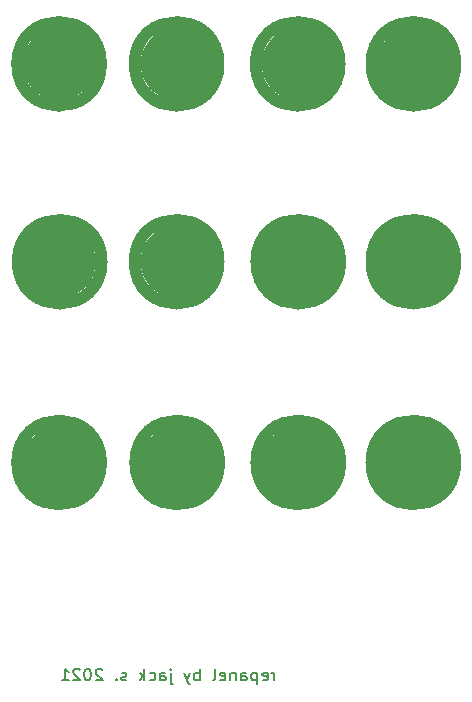
<source format=gbr>
G04 #@! TF.GenerationSoftware,KiCad,Pcbnew,(5.1.5-0)*
G04 #@! TF.CreationDate,2021-01-08T11:51:08-08:00*
G04 #@! TF.ProjectId,helveticascenario,68656c76-6574-4696-9361-7363656e6172,rev?*
G04 #@! TF.SameCoordinates,Original*
G04 #@! TF.FileFunction,Soldermask,Bot*
G04 #@! TF.FilePolarity,Negative*
%FSLAX46Y46*%
G04 Gerber Fmt 4.6, Leading zero omitted, Abs format (unit mm)*
G04 Created by KiCad (PCBNEW (5.1.5-0)) date 2021-01-08 11:51:08*
%MOMM*%
%LPD*%
G04 APERTURE LIST*
%ADD10C,0.150000*%
%ADD11C,1.000000*%
%ADD12C,0.100000*%
G04 APERTURE END LIST*
D10*
X23226190Y-371702380D02*
X23226190Y-371035714D01*
X23226190Y-371226190D02*
X23178571Y-371130952D01*
X23130952Y-371083333D01*
X23035714Y-371035714D01*
X22940476Y-371035714D01*
X22226190Y-371654761D02*
X22321428Y-371702380D01*
X22511904Y-371702380D01*
X22607142Y-371654761D01*
X22654761Y-371559523D01*
X22654761Y-371178571D01*
X22607142Y-371083333D01*
X22511904Y-371035714D01*
X22321428Y-371035714D01*
X22226190Y-371083333D01*
X22178571Y-371178571D01*
X22178571Y-371273809D01*
X22654761Y-371369047D01*
X21750000Y-371035714D02*
X21750000Y-372035714D01*
X21750000Y-371083333D02*
X21654761Y-371035714D01*
X21464285Y-371035714D01*
X21369047Y-371083333D01*
X21321428Y-371130952D01*
X21273809Y-371226190D01*
X21273809Y-371511904D01*
X21321428Y-371607142D01*
X21369047Y-371654761D01*
X21464285Y-371702380D01*
X21654761Y-371702380D01*
X21750000Y-371654761D01*
X20416666Y-371702380D02*
X20416666Y-371178571D01*
X20464285Y-371083333D01*
X20559523Y-371035714D01*
X20750000Y-371035714D01*
X20845238Y-371083333D01*
X20416666Y-371654761D02*
X20511904Y-371702380D01*
X20750000Y-371702380D01*
X20845238Y-371654761D01*
X20892857Y-371559523D01*
X20892857Y-371464285D01*
X20845238Y-371369047D01*
X20750000Y-371321428D01*
X20511904Y-371321428D01*
X20416666Y-371273809D01*
X19940476Y-371035714D02*
X19940476Y-371702380D01*
X19940476Y-371130952D02*
X19892857Y-371083333D01*
X19797619Y-371035714D01*
X19654761Y-371035714D01*
X19559523Y-371083333D01*
X19511904Y-371178571D01*
X19511904Y-371702380D01*
X18654761Y-371654761D02*
X18750000Y-371702380D01*
X18940476Y-371702380D01*
X19035714Y-371654761D01*
X19083333Y-371559523D01*
X19083333Y-371178571D01*
X19035714Y-371083333D01*
X18940476Y-371035714D01*
X18750000Y-371035714D01*
X18654761Y-371083333D01*
X18607142Y-371178571D01*
X18607142Y-371273809D01*
X19083333Y-371369047D01*
X18035714Y-371702380D02*
X18130952Y-371654761D01*
X18178571Y-371559523D01*
X18178571Y-370702380D01*
X16892857Y-371702380D02*
X16892857Y-370702380D01*
X16892857Y-371083333D02*
X16797619Y-371035714D01*
X16607142Y-371035714D01*
X16511904Y-371083333D01*
X16464285Y-371130952D01*
X16416666Y-371226190D01*
X16416666Y-371511904D01*
X16464285Y-371607142D01*
X16511904Y-371654761D01*
X16607142Y-371702380D01*
X16797619Y-371702380D01*
X16892857Y-371654761D01*
X16083333Y-371035714D02*
X15845238Y-371702380D01*
X15607142Y-371035714D02*
X15845238Y-371702380D01*
X15940476Y-371940476D01*
X15988095Y-371988095D01*
X16083333Y-372035714D01*
X14464285Y-371035714D02*
X14464285Y-371892857D01*
X14511904Y-371988095D01*
X14607142Y-372035714D01*
X14654761Y-372035714D01*
X14464285Y-370702380D02*
X14511904Y-370750000D01*
X14464285Y-370797619D01*
X14416666Y-370750000D01*
X14464285Y-370702380D01*
X14464285Y-370797619D01*
X13559523Y-371702380D02*
X13559523Y-371178571D01*
X13607142Y-371083333D01*
X13702380Y-371035714D01*
X13892857Y-371035714D01*
X13988095Y-371083333D01*
X13559523Y-371654761D02*
X13654761Y-371702380D01*
X13892857Y-371702380D01*
X13988095Y-371654761D01*
X14035714Y-371559523D01*
X14035714Y-371464285D01*
X13988095Y-371369047D01*
X13892857Y-371321428D01*
X13654761Y-371321428D01*
X13559523Y-371273809D01*
X12654761Y-371654761D02*
X12750000Y-371702380D01*
X12940476Y-371702380D01*
X13035714Y-371654761D01*
X13083333Y-371607142D01*
X13130952Y-371511904D01*
X13130952Y-371226190D01*
X13083333Y-371130952D01*
X13035714Y-371083333D01*
X12940476Y-371035714D01*
X12750000Y-371035714D01*
X12654761Y-371083333D01*
X12226190Y-371702380D02*
X12226190Y-370702380D01*
X12130952Y-371321428D02*
X11845238Y-371702380D01*
X11845238Y-371035714D02*
X12226190Y-371416666D01*
X10702380Y-371654761D02*
X10607142Y-371702380D01*
X10416666Y-371702380D01*
X10321428Y-371654761D01*
X10273809Y-371559523D01*
X10273809Y-371511904D01*
X10321428Y-371416666D01*
X10416666Y-371369047D01*
X10559523Y-371369047D01*
X10654761Y-371321428D01*
X10702380Y-371226190D01*
X10702380Y-371178571D01*
X10654761Y-371083333D01*
X10559523Y-371035714D01*
X10416666Y-371035714D01*
X10321428Y-371083333D01*
X9845238Y-371607142D02*
X9797619Y-371654761D01*
X9845238Y-371702380D01*
X9892857Y-371654761D01*
X9845238Y-371607142D01*
X9845238Y-371702380D01*
X8654761Y-370797619D02*
X8607142Y-370750000D01*
X8511904Y-370702380D01*
X8273809Y-370702380D01*
X8178571Y-370750000D01*
X8130952Y-370797619D01*
X8083333Y-370892857D01*
X8083333Y-370988095D01*
X8130952Y-371130952D01*
X8702380Y-371702380D01*
X8083333Y-371702380D01*
X7464285Y-370702380D02*
X7369047Y-370702380D01*
X7273809Y-370750000D01*
X7226190Y-370797619D01*
X7178571Y-370892857D01*
X7130952Y-371083333D01*
X7130952Y-371321428D01*
X7178571Y-371511904D01*
X7226190Y-371607142D01*
X7273809Y-371654761D01*
X7369047Y-371702380D01*
X7464285Y-371702380D01*
X7559523Y-371654761D01*
X7607142Y-371607142D01*
X7654761Y-371511904D01*
X7702380Y-371321428D01*
X7702380Y-371083333D01*
X7654761Y-370892857D01*
X7607142Y-370797619D01*
X7559523Y-370750000D01*
X7464285Y-370702380D01*
X6750000Y-370797619D02*
X6702380Y-370750000D01*
X6607142Y-370702380D01*
X6369047Y-370702380D01*
X6273809Y-370750000D01*
X6226190Y-370797619D01*
X6178571Y-370892857D01*
X6178571Y-370988095D01*
X6226190Y-371130952D01*
X6797619Y-371702380D01*
X6178571Y-371702380D01*
X5226190Y-371702380D02*
X5797619Y-371702380D01*
X5511904Y-371702380D02*
X5511904Y-370702380D01*
X5607142Y-370845238D01*
X5702380Y-370940476D01*
X5797619Y-370988095D01*
D11*
X8550000Y-353250000D02*
G75*
G03X8550000Y-353250000I-3550000J0D01*
G01*
X18550000Y-353250000D02*
G75*
G03X18550000Y-353250000I-3550000J0D01*
G01*
X28800000Y-353250000D02*
G75*
G03X28800000Y-353250000I-3550000J0D01*
G01*
X38550000Y-353250000D02*
G75*
G03X38550000Y-353250000I-3550000J0D01*
G01*
X38550000Y-336250000D02*
G75*
G03X38550000Y-336250000I-3550000J0D01*
G01*
X18500000Y-336250000D02*
G75*
G03X18500000Y-336250000I-3550000J0D01*
G01*
X28800000Y-336250000D02*
G75*
G03X28800000Y-336250000I-3550000J0D01*
G01*
X8600000Y-336250000D02*
G75*
G03X8600000Y-336250000I-3550000J0D01*
G01*
X38550000Y-319500000D02*
G75*
G03X38550000Y-319500000I-3550000J0D01*
G01*
X28750000Y-319500000D02*
G75*
G03X28750000Y-319500000I-3550000J0D01*
G01*
X18500000Y-319500000D02*
G75*
G03X18500000Y-319500000I-3550000J0D01*
G01*
X8550000Y-319500000D02*
G75*
G03X8550000Y-319500000I-3550000J0D01*
G01*
D12*
G36*
X35604975Y-350208585D02*
G01*
X35904528Y-350268170D01*
X36468874Y-350501930D01*
X36976772Y-350841296D01*
X37408704Y-351273228D01*
X37748070Y-351781126D01*
X37981830Y-352345472D01*
X38101000Y-352944578D01*
X38101000Y-353555422D01*
X37981830Y-354154528D01*
X37748070Y-354718874D01*
X37408704Y-355226772D01*
X36976772Y-355658704D01*
X36468874Y-355998070D01*
X35904528Y-356231830D01*
X35604975Y-356291415D01*
X35305423Y-356351000D01*
X34694577Y-356351000D01*
X34395025Y-356291415D01*
X34095472Y-356231830D01*
X33531126Y-355998070D01*
X33023228Y-355658704D01*
X32591296Y-355226772D01*
X32251930Y-354718874D01*
X32018170Y-354154528D01*
X31899000Y-353555422D01*
X31899000Y-352944578D01*
X32018170Y-352345472D01*
X32251930Y-351781126D01*
X32591296Y-351273228D01*
X33023228Y-350841296D01*
X33531126Y-350501930D01*
X34095472Y-350268170D01*
X34395025Y-350208585D01*
X34694577Y-350149000D01*
X35305423Y-350149000D01*
X35604975Y-350208585D01*
G37*
G36*
X25854975Y-350208585D02*
G01*
X26154528Y-350268170D01*
X26718874Y-350501930D01*
X27226772Y-350841296D01*
X27658704Y-351273228D01*
X27998070Y-351781126D01*
X28231830Y-352345472D01*
X28351000Y-352944578D01*
X28351000Y-353555422D01*
X28231830Y-354154528D01*
X27998070Y-354718874D01*
X27658704Y-355226772D01*
X27226772Y-355658704D01*
X26718874Y-355998070D01*
X26154528Y-356231830D01*
X25854975Y-356291415D01*
X25555423Y-356351000D01*
X24944577Y-356351000D01*
X24645025Y-356291415D01*
X24345472Y-356231830D01*
X23781126Y-355998070D01*
X23273228Y-355658704D01*
X22841296Y-355226772D01*
X22501930Y-354718874D01*
X22268170Y-354154528D01*
X22149000Y-353555422D01*
X22149000Y-352944578D01*
X22268170Y-352345472D01*
X22501930Y-351781126D01*
X22841296Y-351273228D01*
X23273228Y-350841296D01*
X23781126Y-350501930D01*
X24345472Y-350268170D01*
X24645025Y-350208585D01*
X24944577Y-350149000D01*
X25555423Y-350149000D01*
X25854975Y-350208585D01*
G37*
G36*
X15604975Y-350208585D02*
G01*
X15904528Y-350268170D01*
X16468874Y-350501930D01*
X16976772Y-350841296D01*
X17408704Y-351273228D01*
X17748070Y-351781126D01*
X17981830Y-352345472D01*
X18101000Y-352944578D01*
X18101000Y-353555422D01*
X17981830Y-354154528D01*
X17748070Y-354718874D01*
X17408704Y-355226772D01*
X16976772Y-355658704D01*
X16468874Y-355998070D01*
X15904528Y-356231830D01*
X15604975Y-356291415D01*
X15305423Y-356351000D01*
X14694577Y-356351000D01*
X14395025Y-356291415D01*
X14095472Y-356231830D01*
X13531126Y-355998070D01*
X13023228Y-355658704D01*
X12591296Y-355226772D01*
X12251930Y-354718874D01*
X12018170Y-354154528D01*
X11899000Y-353555422D01*
X11899000Y-352944578D01*
X12018170Y-352345472D01*
X12251930Y-351781126D01*
X12591296Y-351273228D01*
X13023228Y-350841296D01*
X13531126Y-350501930D01*
X14095472Y-350268170D01*
X14395025Y-350208585D01*
X14694577Y-350149000D01*
X15305423Y-350149000D01*
X15604975Y-350208585D01*
G37*
G36*
X5604975Y-350208585D02*
G01*
X5904528Y-350268170D01*
X6468874Y-350501930D01*
X6976772Y-350841296D01*
X7408704Y-351273228D01*
X7748070Y-351781126D01*
X7981830Y-352345472D01*
X8101000Y-352944578D01*
X8101000Y-353555422D01*
X7981830Y-354154528D01*
X7748070Y-354718874D01*
X7408704Y-355226772D01*
X6976772Y-355658704D01*
X6468874Y-355998070D01*
X5904528Y-356231830D01*
X5604975Y-356291415D01*
X5305423Y-356351000D01*
X4694577Y-356351000D01*
X4395025Y-356291415D01*
X4095472Y-356231830D01*
X3531126Y-355998070D01*
X3023228Y-355658704D01*
X2591296Y-355226772D01*
X2251930Y-354718874D01*
X2018170Y-354154528D01*
X1899000Y-353555422D01*
X1899000Y-352944578D01*
X2018170Y-352345472D01*
X2251930Y-351781126D01*
X2591296Y-351273228D01*
X3023228Y-350841296D01*
X3531126Y-350501930D01*
X4095472Y-350268170D01*
X4395025Y-350208585D01*
X4694577Y-350149000D01*
X5305423Y-350149000D01*
X5604975Y-350208585D01*
G37*
G36*
X35604975Y-333208585D02*
G01*
X35904528Y-333268170D01*
X36468874Y-333501930D01*
X36976772Y-333841296D01*
X37408704Y-334273228D01*
X37748070Y-334781126D01*
X37981830Y-335345472D01*
X38101000Y-335944578D01*
X38101000Y-336555422D01*
X37981830Y-337154528D01*
X37748070Y-337718874D01*
X37408704Y-338226772D01*
X36976772Y-338658704D01*
X36468874Y-338998070D01*
X35904528Y-339231830D01*
X35604975Y-339291415D01*
X35305423Y-339351000D01*
X34694577Y-339351000D01*
X34395025Y-339291415D01*
X34095472Y-339231830D01*
X33531126Y-338998070D01*
X33023228Y-338658704D01*
X32591296Y-338226772D01*
X32251930Y-337718874D01*
X32018170Y-337154528D01*
X31899000Y-336555422D01*
X31899000Y-335944578D01*
X32018170Y-335345472D01*
X32251930Y-334781126D01*
X32591296Y-334273228D01*
X33023228Y-333841296D01*
X33531126Y-333501930D01*
X34095472Y-333268170D01*
X34395025Y-333208585D01*
X34694577Y-333149000D01*
X35305423Y-333149000D01*
X35604975Y-333208585D01*
G37*
G36*
X25854975Y-333208585D02*
G01*
X26154528Y-333268170D01*
X26718874Y-333501930D01*
X27226772Y-333841296D01*
X27658704Y-334273228D01*
X27998070Y-334781126D01*
X28231830Y-335345472D01*
X28351000Y-335944578D01*
X28351000Y-336555422D01*
X28231830Y-337154528D01*
X27998070Y-337718874D01*
X27658704Y-338226772D01*
X27226772Y-338658704D01*
X26718874Y-338998070D01*
X26154528Y-339231830D01*
X25854975Y-339291415D01*
X25555423Y-339351000D01*
X24944577Y-339351000D01*
X24645025Y-339291415D01*
X24345472Y-339231830D01*
X23781126Y-338998070D01*
X23273228Y-338658704D01*
X22841296Y-338226772D01*
X22501930Y-337718874D01*
X22268170Y-337154528D01*
X22149000Y-336555422D01*
X22149000Y-335944578D01*
X22268170Y-335345472D01*
X22501930Y-334781126D01*
X22841296Y-334273228D01*
X23273228Y-333841296D01*
X23781126Y-333501930D01*
X24345472Y-333268170D01*
X24645025Y-333208585D01*
X24944577Y-333149000D01*
X25555423Y-333149000D01*
X25854975Y-333208585D01*
G37*
G36*
X15604975Y-333208585D02*
G01*
X15904528Y-333268170D01*
X16468874Y-333501930D01*
X16976772Y-333841296D01*
X17408704Y-334273228D01*
X17748070Y-334781126D01*
X17981830Y-335345472D01*
X18101000Y-335944578D01*
X18101000Y-336555422D01*
X17981830Y-337154528D01*
X17748070Y-337718874D01*
X17408704Y-338226772D01*
X16976772Y-338658704D01*
X16468874Y-338998070D01*
X15904528Y-339231830D01*
X15604975Y-339291415D01*
X15305423Y-339351000D01*
X14694577Y-339351000D01*
X14395025Y-339291415D01*
X14095472Y-339231830D01*
X13531126Y-338998070D01*
X13023228Y-338658704D01*
X12591296Y-338226772D01*
X12251930Y-337718874D01*
X12018170Y-337154528D01*
X11899000Y-336555422D01*
X11899000Y-335944578D01*
X12018170Y-335345472D01*
X12251930Y-334781126D01*
X12591296Y-334273228D01*
X13023228Y-333841296D01*
X13531126Y-333501930D01*
X14095472Y-333268170D01*
X14395025Y-333208585D01*
X14694577Y-333149000D01*
X15305423Y-333149000D01*
X15604975Y-333208585D01*
G37*
G36*
X5604975Y-333208585D02*
G01*
X5904528Y-333268170D01*
X6468874Y-333501930D01*
X6976772Y-333841296D01*
X7408704Y-334273228D01*
X7748070Y-334781126D01*
X7981830Y-335345472D01*
X8101000Y-335944578D01*
X8101000Y-336555422D01*
X7981830Y-337154528D01*
X7748070Y-337718874D01*
X7408704Y-338226772D01*
X6976772Y-338658704D01*
X6468874Y-338998070D01*
X5904528Y-339231830D01*
X5604975Y-339291415D01*
X5305423Y-339351000D01*
X4694577Y-339351000D01*
X4395025Y-339291415D01*
X4095472Y-339231830D01*
X3531126Y-338998070D01*
X3023228Y-338658704D01*
X2591296Y-338226772D01*
X2251930Y-337718874D01*
X2018170Y-337154528D01*
X1899000Y-336555422D01*
X1899000Y-335944578D01*
X2018170Y-335345472D01*
X2251930Y-334781126D01*
X2591296Y-334273228D01*
X3023228Y-333841296D01*
X3531126Y-333501930D01*
X4095472Y-333268170D01*
X4395025Y-333208585D01*
X4694577Y-333149000D01*
X5305423Y-333149000D01*
X5604975Y-333208585D01*
G37*
G36*
X35604975Y-316458585D02*
G01*
X35904528Y-316518170D01*
X36468874Y-316751930D01*
X36976772Y-317091296D01*
X37408704Y-317523228D01*
X37748070Y-318031126D01*
X37981830Y-318595472D01*
X38101000Y-319194578D01*
X38101000Y-319805422D01*
X37981830Y-320404528D01*
X37748070Y-320968874D01*
X37408704Y-321476772D01*
X36976772Y-321908704D01*
X36468874Y-322248070D01*
X35904528Y-322481830D01*
X35604975Y-322541415D01*
X35305423Y-322601000D01*
X34694577Y-322601000D01*
X34395025Y-322541415D01*
X34095472Y-322481830D01*
X33531126Y-322248070D01*
X33023228Y-321908704D01*
X32591296Y-321476772D01*
X32251930Y-320968874D01*
X32018170Y-320404528D01*
X31899000Y-319805422D01*
X31899000Y-319194578D01*
X32018170Y-318595472D01*
X32251930Y-318031126D01*
X32591296Y-317523228D01*
X33023228Y-317091296D01*
X33531126Y-316751930D01*
X34095472Y-316518170D01*
X34395025Y-316458585D01*
X34694577Y-316399000D01*
X35305423Y-316399000D01*
X35604975Y-316458585D01*
G37*
G36*
X25854975Y-316458585D02*
G01*
X26154528Y-316518170D01*
X26718874Y-316751930D01*
X27226772Y-317091296D01*
X27658704Y-317523228D01*
X27998070Y-318031126D01*
X28231830Y-318595472D01*
X28351000Y-319194578D01*
X28351000Y-319805422D01*
X28231830Y-320404528D01*
X27998070Y-320968874D01*
X27658704Y-321476772D01*
X27226772Y-321908704D01*
X26718874Y-322248070D01*
X26154528Y-322481830D01*
X25854975Y-322541415D01*
X25555423Y-322601000D01*
X24944577Y-322601000D01*
X24645025Y-322541415D01*
X24345472Y-322481830D01*
X23781126Y-322248070D01*
X23273228Y-321908704D01*
X22841296Y-321476772D01*
X22501930Y-320968874D01*
X22268170Y-320404528D01*
X22149000Y-319805422D01*
X22149000Y-319194578D01*
X22268170Y-318595472D01*
X22501930Y-318031126D01*
X22841296Y-317523228D01*
X23273228Y-317091296D01*
X23781126Y-316751930D01*
X24345472Y-316518170D01*
X24645025Y-316458585D01*
X24944577Y-316399000D01*
X25555423Y-316399000D01*
X25854975Y-316458585D01*
G37*
G36*
X15604975Y-316458585D02*
G01*
X15904528Y-316518170D01*
X16468874Y-316751930D01*
X16976772Y-317091296D01*
X17408704Y-317523228D01*
X17748070Y-318031126D01*
X17981830Y-318595472D01*
X18101000Y-319194578D01*
X18101000Y-319805422D01*
X17981830Y-320404528D01*
X17748070Y-320968874D01*
X17408704Y-321476772D01*
X16976772Y-321908704D01*
X16468874Y-322248070D01*
X15904528Y-322481830D01*
X15604975Y-322541415D01*
X15305423Y-322601000D01*
X14694577Y-322601000D01*
X14395025Y-322541415D01*
X14095472Y-322481830D01*
X13531126Y-322248070D01*
X13023228Y-321908704D01*
X12591296Y-321476772D01*
X12251930Y-320968874D01*
X12018170Y-320404528D01*
X11899000Y-319805422D01*
X11899000Y-319194578D01*
X12018170Y-318595472D01*
X12251930Y-318031126D01*
X12591296Y-317523228D01*
X13023228Y-317091296D01*
X13531126Y-316751930D01*
X14095472Y-316518170D01*
X14395025Y-316458585D01*
X14694577Y-316399000D01*
X15305423Y-316399000D01*
X15604975Y-316458585D01*
G37*
G36*
X5604975Y-316458585D02*
G01*
X5904528Y-316518170D01*
X6468874Y-316751930D01*
X6976772Y-317091296D01*
X7408704Y-317523228D01*
X7748070Y-318031126D01*
X7981830Y-318595472D01*
X8101000Y-319194578D01*
X8101000Y-319805422D01*
X7981830Y-320404528D01*
X7748070Y-320968874D01*
X7408704Y-321476772D01*
X6976772Y-321908704D01*
X6468874Y-322248070D01*
X5904528Y-322481830D01*
X5604975Y-322541415D01*
X5305423Y-322601000D01*
X4694577Y-322601000D01*
X4395025Y-322541415D01*
X4095472Y-322481830D01*
X3531126Y-322248070D01*
X3023228Y-321908704D01*
X2591296Y-321476772D01*
X2251930Y-320968874D01*
X2018170Y-320404528D01*
X1899000Y-319805422D01*
X1899000Y-319194578D01*
X2018170Y-318595472D01*
X2251930Y-318031126D01*
X2591296Y-317523228D01*
X3023228Y-317091296D01*
X3531126Y-316751930D01*
X4095472Y-316518170D01*
X4395025Y-316458585D01*
X4694577Y-316399000D01*
X5305423Y-316399000D01*
X5604975Y-316458585D01*
G37*
M02*

</source>
